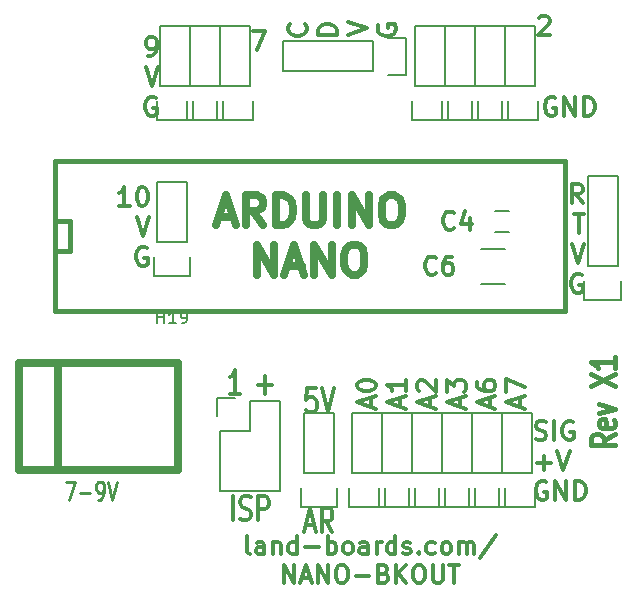
<source format=gto>
G04 #@! TF.FileFunction,Legend,Top*
%FSLAX46Y46*%
G04 Gerber Fmt 4.6, Leading zero omitted, Abs format (unit mm)*
G04 Created by KiCad (PCBNEW 4.0.1-stable) date 3/13/2016 11:44:40 AM*
%MOMM*%
G01*
G04 APERTURE LIST*
%ADD10C,0.150000*%
%ADD11C,0.304800*%
%ADD12C,0.635000*%
%ADD13C,0.285750*%
%ADD14C,0.381000*%
%ADD15C,0.650000*%
G04 APERTURE END LIST*
D10*
D11*
X6313714Y-16478855D02*
X5406571Y-16478855D01*
X5860142Y-16478855D02*
X5860142Y-14891355D01*
X5708952Y-15118140D01*
X5557761Y-15269331D01*
X5406571Y-15344926D01*
X7296452Y-14891355D02*
X7447643Y-14891355D01*
X7598833Y-14966950D01*
X7674428Y-15042545D01*
X7750024Y-15193736D01*
X7825619Y-15496117D01*
X7825619Y-15874093D01*
X7750024Y-16176474D01*
X7674428Y-16327664D01*
X7598833Y-16403260D01*
X7447643Y-16478855D01*
X7296452Y-16478855D01*
X7145262Y-16403260D01*
X7069666Y-16327664D01*
X6994071Y-16176474D01*
X6918476Y-15874093D01*
X6918476Y-15496117D01*
X6994071Y-15193736D01*
X7069666Y-15042545D01*
X7145262Y-14966950D01*
X7296452Y-14891355D01*
X6918476Y-17418655D02*
X7447643Y-19006155D01*
X7976810Y-17418655D01*
X7750024Y-20021550D02*
X7598833Y-19945955D01*
X7372048Y-19945955D01*
X7145262Y-20021550D01*
X6994071Y-20172740D01*
X6918476Y-20323931D01*
X6842881Y-20626312D01*
X6842881Y-20853098D01*
X6918476Y-21155479D01*
X6994071Y-21306669D01*
X7145262Y-21457860D01*
X7372048Y-21533455D01*
X7523238Y-21533455D01*
X7750024Y-21457860D01*
X7825619Y-21382264D01*
X7825619Y-20853098D01*
X7523238Y-20853098D01*
X17199429Y-31641143D02*
X18360572Y-31641143D01*
X17780001Y-32415238D02*
X17780001Y-30867048D01*
X21227143Y-43518667D02*
X21952857Y-43518667D01*
X21082000Y-44099238D02*
X21590000Y-42067238D01*
X22098000Y-44099238D01*
X23476857Y-44099238D02*
X22968857Y-43131619D01*
X22606000Y-44099238D02*
X22606000Y-42067238D01*
X23186572Y-42067238D01*
X23331714Y-42164000D01*
X23404286Y-42260762D01*
X23476857Y-42454286D01*
X23476857Y-42744571D01*
X23404286Y-42938095D01*
X23331714Y-43034857D01*
X23186572Y-43131619D01*
X22606000Y-43131619D01*
X22061714Y-31907238D02*
X21336000Y-31907238D01*
X21263429Y-32874857D01*
X21336000Y-32778095D01*
X21481143Y-32681333D01*
X21844000Y-32681333D01*
X21989143Y-32778095D01*
X22061714Y-32874857D01*
X22134286Y-33068381D01*
X22134286Y-33552190D01*
X22061714Y-33745714D01*
X21989143Y-33842476D01*
X21844000Y-33939238D01*
X21481143Y-33939238D01*
X21336000Y-33842476D01*
X21263429Y-33745714D01*
X22569715Y-31907238D02*
X23077715Y-33939238D01*
X23585715Y-31907238D01*
X44655619Y-16231205D02*
X44126452Y-15475252D01*
X43748476Y-16231205D02*
X43748476Y-14643705D01*
X44353238Y-14643705D01*
X44504429Y-14719300D01*
X44580024Y-14794895D01*
X44655619Y-14946086D01*
X44655619Y-15172871D01*
X44580024Y-15324062D01*
X44504429Y-15399657D01*
X44353238Y-15475252D01*
X43748476Y-15475252D01*
X43899666Y-17171005D02*
X44806809Y-17171005D01*
X44353238Y-18758505D02*
X44353238Y-17171005D01*
X43748476Y-19698305D02*
X44277643Y-21285805D01*
X44806810Y-19698305D01*
X44580024Y-22301200D02*
X44428833Y-22225605D01*
X44202048Y-22225605D01*
X43975262Y-22301200D01*
X43824071Y-22452390D01*
X43748476Y-22603581D01*
X43672881Y-22905962D01*
X43672881Y-23132748D01*
X43748476Y-23435129D01*
X43824071Y-23586319D01*
X43975262Y-23737510D01*
X44202048Y-23813105D01*
X44353238Y-23813105D01*
X44580024Y-23737510D01*
X44655619Y-23661914D01*
X44655619Y-23132748D01*
X44353238Y-23132748D01*
X16748881Y-1670655D02*
X17807214Y-1670655D01*
X17126857Y-3258155D01*
X26712333Y-33479619D02*
X26712333Y-32723667D01*
X27165905Y-33630810D02*
X25578405Y-33101643D01*
X27165905Y-32572476D01*
X25578405Y-31740929D02*
X25578405Y-31589738D01*
X25654000Y-31438548D01*
X25729595Y-31362953D01*
X25880786Y-31287357D01*
X26183167Y-31211762D01*
X26561143Y-31211762D01*
X26863524Y-31287357D01*
X27014714Y-31362953D01*
X27090310Y-31438548D01*
X27165905Y-31589738D01*
X27165905Y-31740929D01*
X27090310Y-31892119D01*
X27014714Y-31967715D01*
X26863524Y-32043310D01*
X26561143Y-32118905D01*
X26183167Y-32118905D01*
X25880786Y-32043310D01*
X25729595Y-31967715D01*
X25654000Y-31892119D01*
X25578405Y-31740929D01*
X29239633Y-33479619D02*
X29239633Y-32723667D01*
X29693205Y-33630810D02*
X28105705Y-33101643D01*
X29693205Y-32572476D01*
X29693205Y-31211762D02*
X29693205Y-32118905D01*
X29693205Y-31665334D02*
X28105705Y-31665334D01*
X28332490Y-31816524D01*
X28483681Y-31967715D01*
X28559276Y-32118905D01*
X31766933Y-33479619D02*
X31766933Y-32723667D01*
X32220505Y-33630810D02*
X30633005Y-33101643D01*
X32220505Y-32572476D01*
X30784195Y-32118905D02*
X30708600Y-32043310D01*
X30633005Y-31892119D01*
X30633005Y-31514143D01*
X30708600Y-31362953D01*
X30784195Y-31287357D01*
X30935386Y-31211762D01*
X31086576Y-31211762D01*
X31313362Y-31287357D01*
X32220505Y-32194500D01*
X32220505Y-31211762D01*
X34294233Y-33479619D02*
X34294233Y-32723667D01*
X34747805Y-33630810D02*
X33160305Y-33101643D01*
X34747805Y-32572476D01*
X33160305Y-32194500D02*
X33160305Y-31211762D01*
X33765067Y-31740929D01*
X33765067Y-31514143D01*
X33840662Y-31362953D01*
X33916257Y-31287357D01*
X34067448Y-31211762D01*
X34445424Y-31211762D01*
X34596614Y-31287357D01*
X34672210Y-31362953D01*
X34747805Y-31514143D01*
X34747805Y-31967715D01*
X34672210Y-32118905D01*
X34596614Y-32194500D01*
X36821533Y-33479619D02*
X36821533Y-32723667D01*
X37275105Y-33630810D02*
X35687605Y-33101643D01*
X37275105Y-32572476D01*
X35687605Y-31362953D02*
X35687605Y-31665334D01*
X35763200Y-31816524D01*
X35838795Y-31892119D01*
X36065581Y-32043310D01*
X36367962Y-32118905D01*
X36972724Y-32118905D01*
X37123914Y-32043310D01*
X37199510Y-31967715D01*
X37275105Y-31816524D01*
X37275105Y-31514143D01*
X37199510Y-31362953D01*
X37123914Y-31287357D01*
X36972724Y-31211762D01*
X36594748Y-31211762D01*
X36443557Y-31287357D01*
X36367962Y-31362953D01*
X36292367Y-31514143D01*
X36292367Y-31816524D01*
X36367962Y-31967715D01*
X36443557Y-32043310D01*
X36594748Y-32118905D01*
X39348833Y-33479619D02*
X39348833Y-32723667D01*
X39802405Y-33630810D02*
X38214905Y-33101643D01*
X39802405Y-32572476D01*
X38214905Y-32194500D02*
X38214905Y-31136167D01*
X39802405Y-31816524D01*
X21160014Y-1064381D02*
X21235610Y-1139976D01*
X21311205Y-1366762D01*
X21311205Y-1517952D01*
X21235610Y-1744738D01*
X21084419Y-1895929D01*
X20933229Y-1971524D01*
X20630848Y-2047119D01*
X20404062Y-2047119D01*
X20101681Y-1971524D01*
X19950490Y-1895929D01*
X19799300Y-1744738D01*
X19723705Y-1517952D01*
X19723705Y-1366762D01*
X19799300Y-1139976D01*
X19874895Y-1064381D01*
X23838505Y-1971524D02*
X22251005Y-1971524D01*
X22251005Y-1593548D01*
X22326600Y-1366762D01*
X22477790Y-1215571D01*
X22628981Y-1139976D01*
X22931362Y-1064381D01*
X23158148Y-1064381D01*
X23460529Y-1139976D01*
X23611719Y-1215571D01*
X23762910Y-1366762D01*
X23838505Y-1593548D01*
X23838505Y-1971524D01*
X24778305Y-1971524D02*
X26365805Y-1442357D01*
X24778305Y-913190D01*
X27381200Y-1139976D02*
X27305605Y-1291167D01*
X27305605Y-1517952D01*
X27381200Y-1744738D01*
X27532390Y-1895929D01*
X27683581Y-1971524D01*
X27985962Y-2047119D01*
X28212748Y-2047119D01*
X28515129Y-1971524D01*
X28666319Y-1895929D01*
X28817510Y-1744738D01*
X28893105Y-1517952D01*
X28893105Y-1366762D01*
X28817510Y-1139976D01*
X28741914Y-1064381D01*
X28212748Y-1064381D01*
X28212748Y-1366762D01*
X42357524Y-7334250D02*
X42206333Y-7258655D01*
X41979548Y-7258655D01*
X41752762Y-7334250D01*
X41601571Y-7485440D01*
X41525976Y-7636631D01*
X41450381Y-7939012D01*
X41450381Y-8165798D01*
X41525976Y-8468179D01*
X41601571Y-8619369D01*
X41752762Y-8770560D01*
X41979548Y-8846155D01*
X42130738Y-8846155D01*
X42357524Y-8770560D01*
X42433119Y-8694964D01*
X42433119Y-8165798D01*
X42130738Y-8165798D01*
X43113476Y-8846155D02*
X43113476Y-7258655D01*
X44020619Y-8846155D01*
X44020619Y-7258655D01*
X44776571Y-8846155D02*
X44776571Y-7258655D01*
X45154547Y-7258655D01*
X45381333Y-7334250D01*
X45532524Y-7485440D01*
X45608119Y-7636631D01*
X45683714Y-7939012D01*
X45683714Y-8165798D01*
X45608119Y-8468179D01*
X45532524Y-8619369D01*
X45381333Y-8770560D01*
X45154547Y-8846155D01*
X44776571Y-8846155D01*
X40954476Y-551845D02*
X41030071Y-476250D01*
X41181262Y-400655D01*
X41559238Y-400655D01*
X41710428Y-476250D01*
X41786024Y-551845D01*
X41861619Y-703036D01*
X41861619Y-854226D01*
X41786024Y-1081012D01*
X40878881Y-1988155D01*
X41861619Y-1988155D01*
X7831666Y-3778855D02*
X8134047Y-3778855D01*
X8285238Y-3703260D01*
X8360833Y-3627664D01*
X8512024Y-3400879D01*
X8587619Y-3098498D01*
X8587619Y-2493736D01*
X8512024Y-2342545D01*
X8436428Y-2266950D01*
X8285238Y-2191355D01*
X7982857Y-2191355D01*
X7831666Y-2266950D01*
X7756071Y-2342545D01*
X7680476Y-2493736D01*
X7680476Y-2871712D01*
X7756071Y-3022902D01*
X7831666Y-3098498D01*
X7982857Y-3174093D01*
X8285238Y-3174093D01*
X8436428Y-3098498D01*
X8512024Y-3022902D01*
X8587619Y-2871712D01*
X7680476Y-4718655D02*
X8209643Y-6306155D01*
X8738810Y-4718655D01*
X8512024Y-7321550D02*
X8360833Y-7245955D01*
X8134048Y-7245955D01*
X7907262Y-7321550D01*
X7756071Y-7472740D01*
X7680476Y-7623931D01*
X7604881Y-7926312D01*
X7604881Y-8153098D01*
X7680476Y-8455479D01*
X7756071Y-8606669D01*
X7907262Y-8757860D01*
X8134048Y-8833455D01*
X8285238Y-8833455D01*
X8512024Y-8757860D01*
X8587619Y-8682264D01*
X8587619Y-8153098D01*
X8285238Y-8153098D01*
X40688381Y-36215260D02*
X40915167Y-36290855D01*
X41293143Y-36290855D01*
X41444333Y-36215260D01*
X41519929Y-36139664D01*
X41595524Y-35988474D01*
X41595524Y-35837283D01*
X41519929Y-35686093D01*
X41444333Y-35610498D01*
X41293143Y-35534902D01*
X40990762Y-35459307D01*
X40839571Y-35383712D01*
X40763976Y-35308117D01*
X40688381Y-35156926D01*
X40688381Y-35005736D01*
X40763976Y-34854545D01*
X40839571Y-34778950D01*
X40990762Y-34703355D01*
X41368738Y-34703355D01*
X41595524Y-34778950D01*
X42275881Y-36290855D02*
X42275881Y-34703355D01*
X43863381Y-34778950D02*
X43712190Y-34703355D01*
X43485405Y-34703355D01*
X43258619Y-34778950D01*
X43107428Y-34930140D01*
X43031833Y-35081331D01*
X42956238Y-35383712D01*
X42956238Y-35610498D01*
X43031833Y-35912879D01*
X43107428Y-36064069D01*
X43258619Y-36215260D01*
X43485405Y-36290855D01*
X43636595Y-36290855D01*
X43863381Y-36215260D01*
X43938976Y-36139664D01*
X43938976Y-35610498D01*
X43636595Y-35610498D01*
X40763976Y-38213393D02*
X41973500Y-38213393D01*
X41368738Y-38818155D02*
X41368738Y-37608631D01*
X42502666Y-37230655D02*
X43031833Y-38818155D01*
X43561000Y-37230655D01*
X41595524Y-39833550D02*
X41444333Y-39757955D01*
X41217548Y-39757955D01*
X40990762Y-39833550D01*
X40839571Y-39984740D01*
X40763976Y-40135931D01*
X40688381Y-40438312D01*
X40688381Y-40665098D01*
X40763976Y-40967479D01*
X40839571Y-41118669D01*
X40990762Y-41269860D01*
X41217548Y-41345455D01*
X41368738Y-41345455D01*
X41595524Y-41269860D01*
X41671119Y-41194264D01*
X41671119Y-40665098D01*
X41368738Y-40665098D01*
X42351476Y-41345455D02*
X42351476Y-39757955D01*
X43258619Y-41345455D01*
X43258619Y-39757955D01*
X44014571Y-41345455D02*
X44014571Y-39757955D01*
X44392547Y-39757955D01*
X44619333Y-39833550D01*
X44770524Y-39984740D01*
X44846119Y-40135931D01*
X44921714Y-40438312D01*
X44921714Y-40665098D01*
X44846119Y-40967479D01*
X44770524Y-41118669D01*
X44619333Y-41269860D01*
X44392547Y-41345455D01*
X44014571Y-41345455D01*
X15022286Y-43083238D02*
X15022286Y-41051238D01*
X15675429Y-42986476D02*
X15893143Y-43083238D01*
X16256000Y-43083238D01*
X16401143Y-42986476D01*
X16473714Y-42889714D01*
X16546286Y-42696190D01*
X16546286Y-42502667D01*
X16473714Y-42309143D01*
X16401143Y-42212381D01*
X16256000Y-42115619D01*
X15965714Y-42018857D01*
X15820572Y-41922095D01*
X15748000Y-41825333D01*
X15675429Y-41631810D01*
X15675429Y-41438286D01*
X15748000Y-41244762D01*
X15820572Y-41148000D01*
X15965714Y-41051238D01*
X16328572Y-41051238D01*
X16546286Y-41148000D01*
X17199429Y-43083238D02*
X17199429Y-41051238D01*
X17780001Y-41051238D01*
X17925143Y-41148000D01*
X17997715Y-41244762D01*
X18070286Y-41438286D01*
X18070286Y-41728571D01*
X17997715Y-41922095D01*
X17925143Y-42018857D01*
X17780001Y-42115619D01*
X17199429Y-42115619D01*
X15675429Y-32415238D02*
X14804572Y-32415238D01*
X15240000Y-32415238D02*
X15240000Y-30383238D01*
X15094857Y-30673524D01*
X14949715Y-30867048D01*
X14804572Y-30963810D01*
D12*
X13849049Y-17377833D02*
X15058572Y-17377833D01*
X13607144Y-18103548D02*
X14453810Y-15563548D01*
X15300477Y-18103548D01*
X17598572Y-18103548D02*
X16751906Y-16894024D01*
X16147144Y-18103548D02*
X16147144Y-15563548D01*
X17114763Y-15563548D01*
X17356668Y-15684500D01*
X17477620Y-15805452D01*
X17598572Y-16047357D01*
X17598572Y-16410214D01*
X17477620Y-16652119D01*
X17356668Y-16773071D01*
X17114763Y-16894024D01*
X16147144Y-16894024D01*
X18687144Y-18103548D02*
X18687144Y-15563548D01*
X19291906Y-15563548D01*
X19654763Y-15684500D01*
X19896668Y-15926405D01*
X20017620Y-16168310D01*
X20138572Y-16652119D01*
X20138572Y-17014976D01*
X20017620Y-17498786D01*
X19896668Y-17740690D01*
X19654763Y-17982595D01*
X19291906Y-18103548D01*
X18687144Y-18103548D01*
X21227144Y-15563548D02*
X21227144Y-17619738D01*
X21348096Y-17861643D01*
X21469049Y-17982595D01*
X21710953Y-18103548D01*
X22194763Y-18103548D01*
X22436668Y-17982595D01*
X22557620Y-17861643D01*
X22678572Y-17619738D01*
X22678572Y-15563548D01*
X23888096Y-18103548D02*
X23888096Y-15563548D01*
X25097620Y-18103548D02*
X25097620Y-15563548D01*
X26549048Y-18103548D01*
X26549048Y-15563548D01*
X28242381Y-15563548D02*
X28726191Y-15563548D01*
X28968096Y-15684500D01*
X29210000Y-15926405D01*
X29330953Y-16410214D01*
X29330953Y-17256881D01*
X29210000Y-17740690D01*
X28968096Y-17982595D01*
X28726191Y-18103548D01*
X28242381Y-18103548D01*
X28000477Y-17982595D01*
X27758572Y-17740690D01*
X27637620Y-17256881D01*
X27637620Y-16410214D01*
X27758572Y-15926405D01*
X28000477Y-15684500D01*
X28242381Y-15563548D01*
X17114763Y-22294548D02*
X17114763Y-19754548D01*
X18566191Y-22294548D01*
X18566191Y-19754548D01*
X19654763Y-21568833D02*
X20864286Y-21568833D01*
X19412858Y-22294548D02*
X20259524Y-19754548D01*
X21106191Y-22294548D01*
X21952858Y-22294548D02*
X21952858Y-19754548D01*
X23404286Y-22294548D01*
X23404286Y-19754548D01*
X25097619Y-19754548D02*
X25581429Y-19754548D01*
X25823334Y-19875500D01*
X26065238Y-20117405D01*
X26186191Y-20601214D01*
X26186191Y-21447881D01*
X26065238Y-21931690D01*
X25823334Y-22173595D01*
X25581429Y-22294548D01*
X25097619Y-22294548D01*
X24855715Y-22173595D01*
X24613810Y-21931690D01*
X24492858Y-21447881D01*
X24492858Y-20601214D01*
X24613810Y-20117405D01*
X24855715Y-19875500D01*
X25097619Y-19754548D01*
D13*
X925287Y-39805429D02*
X1687287Y-39805429D01*
X1197430Y-41329429D01*
X2122715Y-40748857D02*
X2993572Y-40748857D01*
X3592286Y-41329429D02*
X3810001Y-41329429D01*
X3918858Y-41256857D01*
X3973286Y-41184286D01*
X4082144Y-40966571D01*
X4136572Y-40676286D01*
X4136572Y-40095714D01*
X4082144Y-39950571D01*
X4027715Y-39878000D01*
X3918858Y-39805429D01*
X3701144Y-39805429D01*
X3592286Y-39878000D01*
X3537858Y-39950571D01*
X3483429Y-40095714D01*
X3483429Y-40458571D01*
X3537858Y-40603714D01*
X3592286Y-40676286D01*
X3701144Y-40748857D01*
X3918858Y-40748857D01*
X4027715Y-40676286D01*
X4082144Y-40603714D01*
X4136572Y-40458571D01*
X4463143Y-39805429D02*
X4844143Y-41329429D01*
X5225143Y-39805429D01*
D14*
X47401238Y-35814001D02*
X46433619Y-36322001D01*
X47401238Y-36684858D02*
X45369238Y-36684858D01*
X45369238Y-36104286D01*
X45466000Y-35959144D01*
X45562762Y-35886572D01*
X45756286Y-35814001D01*
X46046571Y-35814001D01*
X46240095Y-35886572D01*
X46336857Y-35959144D01*
X46433619Y-36104286D01*
X46433619Y-36684858D01*
X47304476Y-34580286D02*
X47401238Y-34725429D01*
X47401238Y-35015715D01*
X47304476Y-35160858D01*
X47110952Y-35233429D01*
X46336857Y-35233429D01*
X46143333Y-35160858D01*
X46046571Y-35015715D01*
X46046571Y-34725429D01*
X46143333Y-34580286D01*
X46336857Y-34507715D01*
X46530381Y-34507715D01*
X46723905Y-35233429D01*
X46046571Y-33999715D02*
X47401238Y-33636858D01*
X46046571Y-33274000D01*
X45369238Y-31677429D02*
X47401238Y-30661429D01*
X45369238Y-30661429D02*
X47401238Y-31677429D01*
X47401238Y-29282571D02*
X47401238Y-30153428D01*
X47401238Y-29718000D02*
X45369238Y-29718000D01*
X45659524Y-29863143D01*
X45853048Y-30008285D01*
X45949810Y-30153428D01*
D11*
X16473715Y-45952229D02*
X16328573Y-45879657D01*
X16256001Y-45734514D01*
X16256001Y-44428229D01*
X17707430Y-45952229D02*
X17707430Y-45153943D01*
X17634859Y-45008800D01*
X17489716Y-44936229D01*
X17199430Y-44936229D01*
X17054287Y-45008800D01*
X17707430Y-45879657D02*
X17562287Y-45952229D01*
X17199430Y-45952229D01*
X17054287Y-45879657D01*
X16981716Y-45734514D01*
X16981716Y-45589371D01*
X17054287Y-45444229D01*
X17199430Y-45371657D01*
X17562287Y-45371657D01*
X17707430Y-45299086D01*
X18433144Y-44936229D02*
X18433144Y-45952229D01*
X18433144Y-45081371D02*
X18505716Y-45008800D01*
X18650858Y-44936229D01*
X18868573Y-44936229D01*
X19013716Y-45008800D01*
X19086287Y-45153943D01*
X19086287Y-45952229D01*
X20465144Y-45952229D02*
X20465144Y-44428229D01*
X20465144Y-45879657D02*
X20320001Y-45952229D01*
X20029715Y-45952229D01*
X19884573Y-45879657D01*
X19812001Y-45807086D01*
X19739430Y-45661943D01*
X19739430Y-45226514D01*
X19812001Y-45081371D01*
X19884573Y-45008800D01*
X20029715Y-44936229D01*
X20320001Y-44936229D01*
X20465144Y-45008800D01*
X21190858Y-45371657D02*
X22352001Y-45371657D01*
X23077715Y-45952229D02*
X23077715Y-44428229D01*
X23077715Y-45008800D02*
X23222858Y-44936229D01*
X23513144Y-44936229D01*
X23658287Y-45008800D01*
X23730858Y-45081371D01*
X23803429Y-45226514D01*
X23803429Y-45661943D01*
X23730858Y-45807086D01*
X23658287Y-45879657D01*
X23513144Y-45952229D01*
X23222858Y-45952229D01*
X23077715Y-45879657D01*
X24674286Y-45952229D02*
X24529144Y-45879657D01*
X24456572Y-45807086D01*
X24384001Y-45661943D01*
X24384001Y-45226514D01*
X24456572Y-45081371D01*
X24529144Y-45008800D01*
X24674286Y-44936229D01*
X24892001Y-44936229D01*
X25037144Y-45008800D01*
X25109715Y-45081371D01*
X25182286Y-45226514D01*
X25182286Y-45661943D01*
X25109715Y-45807086D01*
X25037144Y-45879657D01*
X24892001Y-45952229D01*
X24674286Y-45952229D01*
X26488572Y-45952229D02*
X26488572Y-45153943D01*
X26416001Y-45008800D01*
X26270858Y-44936229D01*
X25980572Y-44936229D01*
X25835429Y-45008800D01*
X26488572Y-45879657D02*
X26343429Y-45952229D01*
X25980572Y-45952229D01*
X25835429Y-45879657D01*
X25762858Y-45734514D01*
X25762858Y-45589371D01*
X25835429Y-45444229D01*
X25980572Y-45371657D01*
X26343429Y-45371657D01*
X26488572Y-45299086D01*
X27214286Y-45952229D02*
X27214286Y-44936229D01*
X27214286Y-45226514D02*
X27286858Y-45081371D01*
X27359429Y-45008800D01*
X27504572Y-44936229D01*
X27649715Y-44936229D01*
X28810858Y-45952229D02*
X28810858Y-44428229D01*
X28810858Y-45879657D02*
X28665715Y-45952229D01*
X28375429Y-45952229D01*
X28230287Y-45879657D01*
X28157715Y-45807086D01*
X28085144Y-45661943D01*
X28085144Y-45226514D01*
X28157715Y-45081371D01*
X28230287Y-45008800D01*
X28375429Y-44936229D01*
X28665715Y-44936229D01*
X28810858Y-45008800D01*
X29464001Y-45879657D02*
X29609144Y-45952229D01*
X29899429Y-45952229D01*
X30044572Y-45879657D01*
X30117144Y-45734514D01*
X30117144Y-45661943D01*
X30044572Y-45516800D01*
X29899429Y-45444229D01*
X29681715Y-45444229D01*
X29536572Y-45371657D01*
X29464001Y-45226514D01*
X29464001Y-45153943D01*
X29536572Y-45008800D01*
X29681715Y-44936229D01*
X29899429Y-44936229D01*
X30044572Y-45008800D01*
X30770286Y-45807086D02*
X30842858Y-45879657D01*
X30770286Y-45952229D01*
X30697715Y-45879657D01*
X30770286Y-45807086D01*
X30770286Y-45952229D01*
X32149143Y-45879657D02*
X32004000Y-45952229D01*
X31713714Y-45952229D01*
X31568572Y-45879657D01*
X31496000Y-45807086D01*
X31423429Y-45661943D01*
X31423429Y-45226514D01*
X31496000Y-45081371D01*
X31568572Y-45008800D01*
X31713714Y-44936229D01*
X32004000Y-44936229D01*
X32149143Y-45008800D01*
X33020000Y-45952229D02*
X32874858Y-45879657D01*
X32802286Y-45807086D01*
X32729715Y-45661943D01*
X32729715Y-45226514D01*
X32802286Y-45081371D01*
X32874858Y-45008800D01*
X33020000Y-44936229D01*
X33237715Y-44936229D01*
X33382858Y-45008800D01*
X33455429Y-45081371D01*
X33528000Y-45226514D01*
X33528000Y-45661943D01*
X33455429Y-45807086D01*
X33382858Y-45879657D01*
X33237715Y-45952229D01*
X33020000Y-45952229D01*
X34181143Y-45952229D02*
X34181143Y-44936229D01*
X34181143Y-45081371D02*
X34253715Y-45008800D01*
X34398857Y-44936229D01*
X34616572Y-44936229D01*
X34761715Y-45008800D01*
X34834286Y-45153943D01*
X34834286Y-45952229D01*
X34834286Y-45153943D02*
X34906857Y-45008800D01*
X35052000Y-44936229D01*
X35269715Y-44936229D01*
X35414857Y-45008800D01*
X35487429Y-45153943D01*
X35487429Y-45952229D01*
X37301715Y-44355657D02*
X35995429Y-46315086D01*
X19340287Y-48390629D02*
X19340287Y-46866629D01*
X20211144Y-48390629D01*
X20211144Y-46866629D01*
X20864287Y-47955200D02*
X21590001Y-47955200D01*
X20719144Y-48390629D02*
X21227144Y-46866629D01*
X21735144Y-48390629D01*
X22243144Y-48390629D02*
X22243144Y-46866629D01*
X23114001Y-48390629D01*
X23114001Y-46866629D01*
X24130001Y-46866629D02*
X24420287Y-46866629D01*
X24565429Y-46939200D01*
X24710572Y-47084343D01*
X24783144Y-47374629D01*
X24783144Y-47882629D01*
X24710572Y-48172914D01*
X24565429Y-48318057D01*
X24420287Y-48390629D01*
X24130001Y-48390629D01*
X23984858Y-48318057D01*
X23839715Y-48172914D01*
X23767144Y-47882629D01*
X23767144Y-47374629D01*
X23839715Y-47084343D01*
X23984858Y-46939200D01*
X24130001Y-46866629D01*
X25436286Y-47810057D02*
X26597429Y-47810057D01*
X27831143Y-47592343D02*
X28048857Y-47664914D01*
X28121429Y-47737486D01*
X28194000Y-47882629D01*
X28194000Y-48100343D01*
X28121429Y-48245486D01*
X28048857Y-48318057D01*
X27903715Y-48390629D01*
X27323143Y-48390629D01*
X27323143Y-46866629D01*
X27831143Y-46866629D01*
X27976286Y-46939200D01*
X28048857Y-47011771D01*
X28121429Y-47156914D01*
X28121429Y-47302057D01*
X28048857Y-47447200D01*
X27976286Y-47519771D01*
X27831143Y-47592343D01*
X27323143Y-47592343D01*
X28847143Y-48390629D02*
X28847143Y-46866629D01*
X29718000Y-48390629D02*
X29064857Y-47519771D01*
X29718000Y-46866629D02*
X28847143Y-47737486D01*
X30661429Y-46866629D02*
X30951715Y-46866629D01*
X31096857Y-46939200D01*
X31242000Y-47084343D01*
X31314572Y-47374629D01*
X31314572Y-47882629D01*
X31242000Y-48172914D01*
X31096857Y-48318057D01*
X30951715Y-48390629D01*
X30661429Y-48390629D01*
X30516286Y-48318057D01*
X30371143Y-48172914D01*
X30298572Y-47882629D01*
X30298572Y-47374629D01*
X30371143Y-47084343D01*
X30516286Y-46939200D01*
X30661429Y-46866629D01*
X31967714Y-46866629D02*
X31967714Y-48100343D01*
X32040286Y-48245486D01*
X32112857Y-48318057D01*
X32258000Y-48390629D01*
X32548286Y-48390629D01*
X32693428Y-48318057D01*
X32766000Y-48245486D01*
X32838571Y-48100343D01*
X32838571Y-46866629D01*
X33346571Y-46866629D02*
X34217428Y-46866629D01*
X33781999Y-48390629D02*
X33781999Y-46866629D01*
D14*
X0Y-12700000D02*
X43180000Y-12700000D01*
X43180000Y-12700000D02*
X43180000Y-25400000D01*
X43180000Y-25400000D02*
X0Y-25400000D01*
X0Y-25400000D02*
X0Y-12700000D01*
X0Y-20320000D02*
X1270000Y-20320000D01*
X1270000Y-20320000D02*
X1270000Y-17780000D01*
X1270000Y-17780000D02*
X0Y-17780000D01*
D10*
X37246000Y-16905000D02*
X38446000Y-16905000D01*
X38446000Y-18655000D02*
X37246000Y-18655000D01*
X36084000Y-20115000D02*
X38084000Y-20115000D01*
X38084000Y-23065000D02*
X36084000Y-23065000D01*
D15*
X245000Y-38790000D02*
X245000Y-29790000D01*
X-3055000Y-29790000D02*
X-3055000Y-38790000D01*
X-3055000Y-29790000D02*
X10445000Y-29790000D01*
X10445000Y-29790000D02*
X10445000Y-38790000D01*
X-3055000Y-38790000D02*
X10445000Y-38790000D01*
D10*
X27686000Y-39116000D02*
X27686000Y-34036000D01*
X27686000Y-34036000D02*
X25146000Y-34036000D01*
X25146000Y-34036000D02*
X25146000Y-39116000D01*
X24866000Y-41936000D02*
X24866000Y-40386000D01*
X25146000Y-39116000D02*
X27686000Y-39116000D01*
X27966000Y-40386000D02*
X27966000Y-41936000D01*
X27966000Y-41936000D02*
X24866000Y-41936000D01*
X30226000Y-39116000D02*
X30226000Y-34036000D01*
X30226000Y-34036000D02*
X27686000Y-34036000D01*
X27686000Y-34036000D02*
X27686000Y-39116000D01*
X27406000Y-41936000D02*
X27406000Y-40386000D01*
X27686000Y-39116000D02*
X30226000Y-39116000D01*
X30506000Y-40386000D02*
X30506000Y-41936000D01*
X30506000Y-41936000D02*
X27406000Y-41936000D01*
X32766000Y-39116000D02*
X32766000Y-34036000D01*
X32766000Y-34036000D02*
X30226000Y-34036000D01*
X30226000Y-34036000D02*
X30226000Y-39116000D01*
X29946000Y-41936000D02*
X29946000Y-40386000D01*
X30226000Y-39116000D02*
X32766000Y-39116000D01*
X33046000Y-40386000D02*
X33046000Y-41936000D01*
X33046000Y-41936000D02*
X29946000Y-41936000D01*
X35306000Y-39116000D02*
X35306000Y-34036000D01*
X35306000Y-34036000D02*
X32766000Y-34036000D01*
X32766000Y-34036000D02*
X32766000Y-39116000D01*
X32486000Y-41936000D02*
X32486000Y-40386000D01*
X32766000Y-39116000D02*
X35306000Y-39116000D01*
X35586000Y-40386000D02*
X35586000Y-41936000D01*
X35586000Y-41936000D02*
X32486000Y-41936000D01*
X37846000Y-39116000D02*
X37846000Y-34036000D01*
X37846000Y-34036000D02*
X35306000Y-34036000D01*
X35306000Y-34036000D02*
X35306000Y-39116000D01*
X35026000Y-41936000D02*
X35026000Y-40386000D01*
X35306000Y-39116000D02*
X37846000Y-39116000D01*
X38126000Y-40386000D02*
X38126000Y-41936000D01*
X38126000Y-41936000D02*
X35026000Y-41936000D01*
X40386000Y-39116000D02*
X40386000Y-34036000D01*
X40386000Y-34036000D02*
X37846000Y-34036000D01*
X37846000Y-34036000D02*
X37846000Y-39116000D01*
X37566000Y-41936000D02*
X37566000Y-40386000D01*
X37846000Y-39116000D02*
X40386000Y-39116000D01*
X40666000Y-40386000D02*
X40666000Y-41936000D01*
X40666000Y-41936000D02*
X37566000Y-41936000D01*
X13970000Y-35560000D02*
X13970000Y-40640000D01*
X13690000Y-32740000D02*
X15240000Y-32740000D01*
X16510000Y-33020000D02*
X16510000Y-35560000D01*
X16510000Y-35560000D02*
X13970000Y-35560000D01*
X13970000Y-40640000D02*
X19050000Y-40640000D01*
X19050000Y-40640000D02*
X19050000Y-35560000D01*
X13690000Y-32740000D02*
X13690000Y-34290000D01*
X19050000Y-33020000D02*
X16510000Y-33020000D01*
X19050000Y-35560000D02*
X19050000Y-33020000D01*
X11430000Y-6350000D02*
X11430000Y-1270000D01*
X11430000Y-1270000D02*
X8890000Y-1270000D01*
X8890000Y-1270000D02*
X8890000Y-6350000D01*
X8610000Y-9170000D02*
X8610000Y-7620000D01*
X8890000Y-6350000D02*
X11430000Y-6350000D01*
X11710000Y-7620000D02*
X11710000Y-9170000D01*
X11710000Y-9170000D02*
X8610000Y-9170000D01*
X13970000Y-6350000D02*
X13970000Y-1270000D01*
X13970000Y-1270000D02*
X11430000Y-1270000D01*
X11430000Y-1270000D02*
X11430000Y-6350000D01*
X11150000Y-9170000D02*
X11150000Y-7620000D01*
X11430000Y-6350000D02*
X13970000Y-6350000D01*
X14250000Y-7620000D02*
X14250000Y-9170000D01*
X14250000Y-9170000D02*
X11150000Y-9170000D01*
X16510000Y-6350000D02*
X16510000Y-1270000D01*
X16510000Y-1270000D02*
X13970000Y-1270000D01*
X13970000Y-1270000D02*
X13970000Y-6350000D01*
X13690000Y-9170000D02*
X13690000Y-7620000D01*
X13970000Y-6350000D02*
X16510000Y-6350000D01*
X16790000Y-7620000D02*
X16790000Y-9170000D01*
X16790000Y-9170000D02*
X13690000Y-9170000D01*
X33020000Y-6350000D02*
X33020000Y-1270000D01*
X33020000Y-1270000D02*
X30480000Y-1270000D01*
X30480000Y-1270000D02*
X30480000Y-6350000D01*
X30200000Y-9170000D02*
X30200000Y-7620000D01*
X30480000Y-6350000D02*
X33020000Y-6350000D01*
X33300000Y-7620000D02*
X33300000Y-9170000D01*
X33300000Y-9170000D02*
X30200000Y-9170000D01*
X35560000Y-6350000D02*
X35560000Y-1270000D01*
X35560000Y-1270000D02*
X33020000Y-1270000D01*
X33020000Y-1270000D02*
X33020000Y-6350000D01*
X32740000Y-9170000D02*
X32740000Y-7620000D01*
X33020000Y-6350000D02*
X35560000Y-6350000D01*
X35840000Y-7620000D02*
X35840000Y-9170000D01*
X35840000Y-9170000D02*
X32740000Y-9170000D01*
X38100000Y-6350000D02*
X38100000Y-1270000D01*
X38100000Y-1270000D02*
X35560000Y-1270000D01*
X35560000Y-1270000D02*
X35560000Y-6350000D01*
X35280000Y-9170000D02*
X35280000Y-7620000D01*
X35560000Y-6350000D02*
X38100000Y-6350000D01*
X38380000Y-7620000D02*
X38380000Y-9170000D01*
X38380000Y-9170000D02*
X35280000Y-9170000D01*
X40640000Y-6350000D02*
X40640000Y-1270000D01*
X40640000Y-1270000D02*
X38100000Y-1270000D01*
X38100000Y-1270000D02*
X38100000Y-6350000D01*
X37820000Y-9170000D02*
X37820000Y-7620000D01*
X38100000Y-6350000D02*
X40640000Y-6350000D01*
X40920000Y-7620000D02*
X40920000Y-9170000D01*
X40920000Y-9170000D02*
X37820000Y-9170000D01*
X47625000Y-21590000D02*
X47625000Y-13970000D01*
X45085000Y-21590000D02*
X45085000Y-13970000D01*
X44805000Y-24410000D02*
X44805000Y-22860000D01*
X47625000Y-13970000D02*
X45085000Y-13970000D01*
X45085000Y-21590000D02*
X47625000Y-21590000D01*
X47905000Y-22860000D02*
X47905000Y-24410000D01*
X47905000Y-24410000D02*
X44805000Y-24410000D01*
X26924000Y-2540000D02*
X19304000Y-2540000D01*
X26924000Y-5080000D02*
X19304000Y-5080000D01*
X29744000Y-5360000D02*
X28194000Y-5360000D01*
X19304000Y-2540000D02*
X19304000Y-5080000D01*
X26924000Y-5080000D02*
X26924000Y-2540000D01*
X28194000Y-2260000D02*
X29744000Y-2260000D01*
X29744000Y-2260000D02*
X29744000Y-5360000D01*
X23622000Y-39116000D02*
X23622000Y-34036000D01*
X23622000Y-34036000D02*
X21082000Y-34036000D01*
X21082000Y-34036000D02*
X21082000Y-39116000D01*
X20802000Y-41936000D02*
X20802000Y-40386000D01*
X21082000Y-39116000D02*
X23622000Y-39116000D01*
X23902000Y-40386000D02*
X23902000Y-41936000D01*
X23902000Y-41936000D02*
X20802000Y-41936000D01*
X11176000Y-19558000D02*
X11176000Y-14478000D01*
X11176000Y-14478000D02*
X8636000Y-14478000D01*
X8636000Y-14478000D02*
X8636000Y-19558000D01*
X8356000Y-22378000D02*
X8356000Y-20828000D01*
X8636000Y-19558000D02*
X11176000Y-19558000D01*
X11456000Y-20828000D02*
X11456000Y-22378000D01*
X11456000Y-22378000D02*
X8356000Y-22378000D01*
D11*
X33782000Y-18324286D02*
X33709429Y-18396857D01*
X33491715Y-18469429D01*
X33346572Y-18469429D01*
X33128857Y-18396857D01*
X32983715Y-18251714D01*
X32911143Y-18106571D01*
X32838572Y-17816286D01*
X32838572Y-17598571D01*
X32911143Y-17308286D01*
X32983715Y-17163143D01*
X33128857Y-17018000D01*
X33346572Y-16945429D01*
X33491715Y-16945429D01*
X33709429Y-17018000D01*
X33782000Y-17090571D01*
X35088286Y-17453429D02*
X35088286Y-18469429D01*
X34725429Y-16872857D02*
X34362572Y-17961429D01*
X35306000Y-17961429D01*
X32258000Y-22134286D02*
X32185429Y-22206857D01*
X31967715Y-22279429D01*
X31822572Y-22279429D01*
X31604857Y-22206857D01*
X31459715Y-22061714D01*
X31387143Y-21916571D01*
X31314572Y-21626286D01*
X31314572Y-21408571D01*
X31387143Y-21118286D01*
X31459715Y-20973143D01*
X31604857Y-20828000D01*
X31822572Y-20755429D01*
X31967715Y-20755429D01*
X32185429Y-20828000D01*
X32258000Y-20900571D01*
X33564286Y-20755429D02*
X33274000Y-20755429D01*
X33128857Y-20828000D01*
X33056286Y-20900571D01*
X32911143Y-21118286D01*
X32838572Y-21408571D01*
X32838572Y-21989143D01*
X32911143Y-22134286D01*
X32983715Y-22206857D01*
X33128857Y-22279429D01*
X33419143Y-22279429D01*
X33564286Y-22206857D01*
X33636857Y-22134286D01*
X33709429Y-21989143D01*
X33709429Y-21626286D01*
X33636857Y-21481143D01*
X33564286Y-21408571D01*
X33419143Y-21336000D01*
X33128857Y-21336000D01*
X32983715Y-21408571D01*
X32911143Y-21481143D01*
X32838572Y-21626286D01*
D10*
X8667905Y-26380381D02*
X8667905Y-25380381D01*
X8667905Y-25856571D02*
X9239334Y-25856571D01*
X9239334Y-26380381D02*
X9239334Y-25380381D01*
X10239334Y-26380381D02*
X9667905Y-26380381D01*
X9953619Y-26380381D02*
X9953619Y-25380381D01*
X9858381Y-25523238D01*
X9763143Y-25618476D01*
X9667905Y-25666095D01*
X10715524Y-26380381D02*
X10906000Y-26380381D01*
X11001239Y-26332762D01*
X11048858Y-26285143D01*
X11144096Y-26142286D01*
X11191715Y-25951810D01*
X11191715Y-25570857D01*
X11144096Y-25475619D01*
X11096477Y-25428000D01*
X11001239Y-25380381D01*
X10810762Y-25380381D01*
X10715524Y-25428000D01*
X10667905Y-25475619D01*
X10620286Y-25570857D01*
X10620286Y-25808952D01*
X10667905Y-25904190D01*
X10715524Y-25951810D01*
X10810762Y-25999429D01*
X11001239Y-25999429D01*
X11096477Y-25951810D01*
X11144096Y-25904190D01*
X11191715Y-25808952D01*
M02*

</source>
